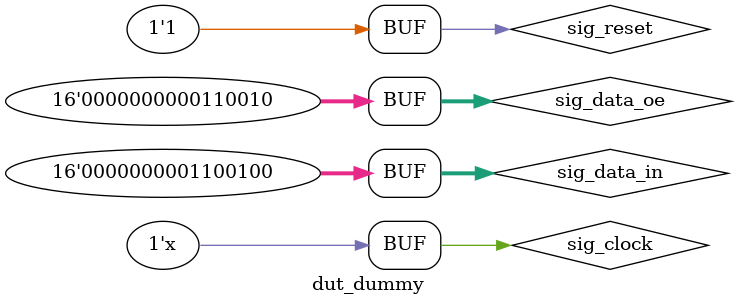
<source format=v>
/*-----------------------------------------------------------------
File name     : dut_dummy.v
Created       : Mar 28, 2007 
Description   : gpio env dummy dut verilog file
Notes         :
-------------------------------------------------------------------
Copyright 1999-2010 Cadence Design Systems, Inc.
All Rights Reserved Worldwide

Licensed under the Apache License, Version 2.0 (the
"License"); you may not use this file except in
compliance with the License.  You may obtain a copy of
the License at

http://www.apache.org/licenses/LICENSE-2.0

Unless required by applicable law or agreed to in
writing, software distributed under the License is
distributed on an "AS IS" BASIS, WITHOUT WARRANTIES OR
CONDITIONS OF ANY KIND, either express or implied.  See
the License for the specific language governing
permissions and limitations under the License.
-------------------------------------------------------------------*/

module dut_dummy;

   reg sig_reset;	
   reg sig_clock;
  
   wire [15:0] sig_data_in;
   wire [15:0] sig_data_out;
   wire [15:0] sig_data_oe;
   
   // Generate Clock
   always #50 sig_clock <= ~sig_clock;
   assign sig_data_in = 100;
   assign sig_data_oe = 50;
   initial begin
      sig_reset = 1;
      sig_clock = 0;
      #501;
      sig_reset = 1;
   end
   
   // get VCD
   initial
    begin
       $dumpvars;
    end
   
endmodule



</source>
